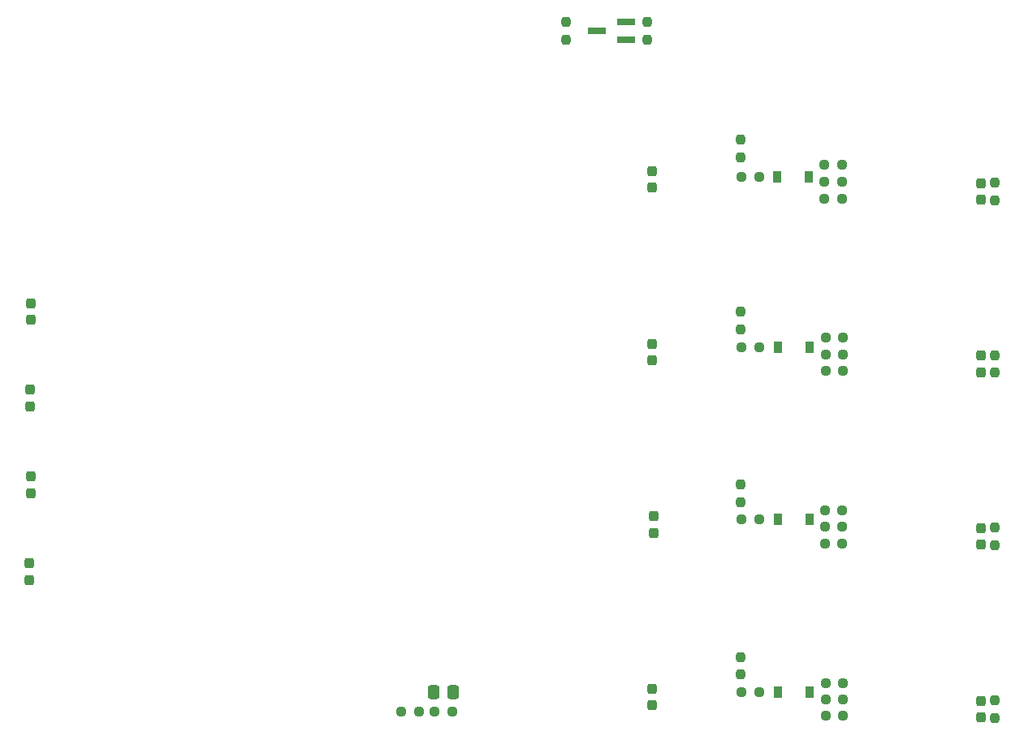
<source format=gbp>
%TF.GenerationSoftware,KiCad,Pcbnew,(6.0.11)*%
%TF.CreationDate,2023-08-03T09:01:04+09:00*%
%TF.ProjectId,power,706f7765-722e-46b6-9963-61645f706362,rev?*%
%TF.SameCoordinates,Original*%
%TF.FileFunction,Paste,Bot*%
%TF.FilePolarity,Positive*%
%FSLAX46Y46*%
G04 Gerber Fmt 4.6, Leading zero omitted, Abs format (unit mm)*
G04 Created by KiCad (PCBNEW (6.0.11)) date 2023-08-03 09:01:04*
%MOMM*%
%LPD*%
G01*
G04 APERTURE LIST*
G04 Aperture macros list*
%AMRoundRect*
0 Rectangle with rounded corners*
0 $1 Rounding radius*
0 $2 $3 $4 $5 $6 $7 $8 $9 X,Y pos of 4 corners*
0 Add a 4 corners polygon primitive as box body*
4,1,4,$2,$3,$4,$5,$6,$7,$8,$9,$2,$3,0*
0 Add four circle primitives for the rounded corners*
1,1,$1+$1,$2,$3*
1,1,$1+$1,$4,$5*
1,1,$1+$1,$6,$7*
1,1,$1+$1,$8,$9*
0 Add four rect primitives between the rounded corners*
20,1,$1+$1,$2,$3,$4,$5,0*
20,1,$1+$1,$4,$5,$6,$7,0*
20,1,$1+$1,$6,$7,$8,$9,0*
20,1,$1+$1,$8,$9,$2,$3,0*%
G04 Aperture macros list end*
%ADD10RoundRect,0.237500X0.237500X-0.300000X0.237500X0.300000X-0.237500X0.300000X-0.237500X-0.300000X0*%
%ADD11RoundRect,0.237500X-0.250000X-0.237500X0.250000X-0.237500X0.250000X0.237500X-0.250000X0.237500X0*%
%ADD12RoundRect,0.237500X0.237500X-0.250000X0.237500X0.250000X-0.237500X0.250000X-0.237500X-0.250000X0*%
%ADD13RoundRect,0.237500X0.250000X0.237500X-0.250000X0.237500X-0.250000X-0.237500X0.250000X-0.237500X0*%
%ADD14R,0.900000X1.200000*%
%ADD15RoundRect,0.237500X-0.237500X0.250000X-0.237500X-0.250000X0.237500X-0.250000X0.237500X0.250000X0*%
%ADD16R,1.900000X0.800000*%
%ADD17RoundRect,0.250000X-0.337500X-0.475000X0.337500X-0.475000X0.337500X0.475000X-0.337500X0.475000X0*%
G04 APERTURE END LIST*
D10*
%TO.C,C12*%
X102370000Y-101930000D03*
X102370000Y-100205000D03*
%TD*%
D11*
%TO.C,R2*%
X144537500Y-133750000D03*
X146362500Y-133750000D03*
%TD*%
D10*
%TO.C,C4*%
X167200000Y-97112500D03*
X167200000Y-95387500D03*
%TD*%
D12*
%TO.C,R3*%
X158250000Y-63662500D03*
X158250000Y-61837500D03*
%TD*%
D13*
%TO.C,R12*%
X187112500Y-94750000D03*
X185287500Y-94750000D03*
%TD*%
D14*
%TO.C,D4*%
X180300000Y-113750000D03*
X183600000Y-113750000D03*
%TD*%
D12*
%TO.C,R27*%
X176450000Y-111912500D03*
X176450000Y-110087500D03*
%TD*%
D13*
%TO.C,R20*%
X187112500Y-134180000D03*
X185287500Y-134180000D03*
%TD*%
D12*
%TO.C,R25*%
X176450000Y-75912500D03*
X176450000Y-74087500D03*
%TD*%
D15*
%TO.C,R4*%
X166662500Y-61837500D03*
X166662500Y-63662500D03*
%TD*%
D13*
%TO.C,R18*%
X187025000Y-114500000D03*
X185200000Y-114500000D03*
%TD*%
D16*
%TO.C,Q2*%
X164450000Y-61800000D03*
X164450000Y-63700000D03*
X161450000Y-62750000D03*
%TD*%
D14*
%TO.C,D3*%
X180300000Y-95750000D03*
X183600000Y-95750000D03*
%TD*%
D15*
%TO.C,R14*%
X202950000Y-96587500D03*
X202950000Y-98412500D03*
%TD*%
D13*
%TO.C,R10*%
X187112500Y-98250000D03*
X185287500Y-98250000D03*
%TD*%
%TO.C,R21*%
X187112500Y-132500000D03*
X185287500Y-132500000D03*
%TD*%
D10*
%TO.C,C14*%
X102220000Y-120042500D03*
X102220000Y-118317500D03*
%TD*%
D13*
%TO.C,R7*%
X187000000Y-80250000D03*
X185175000Y-80250000D03*
%TD*%
D15*
%TO.C,R23*%
X202950000Y-114587500D03*
X202950000Y-116412500D03*
%TD*%
D10*
%TO.C,C6*%
X167200000Y-133112500D03*
X167200000Y-131387500D03*
%TD*%
%TO.C,C3*%
X167200000Y-79112500D03*
X167200000Y-77387500D03*
%TD*%
D17*
%TO.C,C1*%
X144412500Y-131750000D03*
X146487500Y-131750000D03*
%TD*%
D13*
%TO.C,R11*%
X187112500Y-96500000D03*
X185287500Y-96500000D03*
%TD*%
%TO.C,R1*%
X142862500Y-133750000D03*
X141037500Y-133750000D03*
%TD*%
D10*
%TO.C,C11*%
X102440000Y-92912500D03*
X102440000Y-91187500D03*
%TD*%
D14*
%TO.C,D5*%
X180300000Y-131750000D03*
X183600000Y-131750000D03*
%TD*%
D13*
%TO.C,R19*%
X187025000Y-112750000D03*
X185200000Y-112750000D03*
%TD*%
D15*
%TO.C,R13*%
X202950000Y-78587500D03*
X202950000Y-80412500D03*
%TD*%
D12*
%TO.C,R28*%
X176450000Y-129912500D03*
X176450000Y-128087500D03*
%TD*%
D13*
%TO.C,R17*%
X187025000Y-116250000D03*
X185200000Y-116250000D03*
%TD*%
%TO.C,R22*%
X187112500Y-130850000D03*
X185287500Y-130850000D03*
%TD*%
D11*
%TO.C,R15*%
X176537500Y-113750000D03*
X178362500Y-113750000D03*
%TD*%
D14*
%TO.C,D2*%
X180250000Y-78000000D03*
X183550000Y-78000000D03*
%TD*%
D10*
%TO.C,C9*%
X201450000Y-116362500D03*
X201450000Y-114637500D03*
%TD*%
D12*
%TO.C,R26*%
X176450000Y-93887500D03*
X176450000Y-92062500D03*
%TD*%
D10*
%TO.C,C10*%
X201450000Y-134362500D03*
X201450000Y-132637500D03*
%TD*%
D11*
%TO.C,R16*%
X176537500Y-131750000D03*
X178362500Y-131750000D03*
%TD*%
%TO.C,R5*%
X176537500Y-78000000D03*
X178362500Y-78000000D03*
%TD*%
D10*
%TO.C,C7*%
X201450000Y-80362500D03*
X201450000Y-78637500D03*
%TD*%
D13*
%TO.C,R8*%
X187000000Y-78530000D03*
X185175000Y-78530000D03*
%TD*%
D11*
%TO.C,R6*%
X176537500Y-95750000D03*
X178362500Y-95750000D03*
%TD*%
D13*
%TO.C,R9*%
X187000000Y-76750000D03*
X185175000Y-76750000D03*
%TD*%
D10*
%TO.C,C8*%
X201450000Y-98362500D03*
X201450000Y-96637500D03*
%TD*%
%TO.C,C5*%
X167350000Y-115112500D03*
X167350000Y-113387500D03*
%TD*%
D15*
%TO.C,R24*%
X202950000Y-132587500D03*
X202950000Y-134412500D03*
%TD*%
D10*
%TO.C,C13*%
X102390000Y-110985000D03*
X102390000Y-109260000D03*
%TD*%
M02*

</source>
